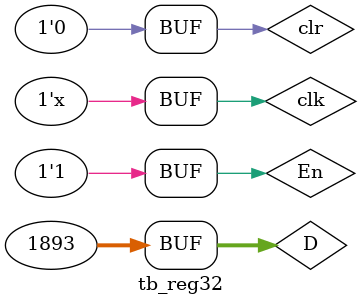
<source format=v>
module tb_reg32();
	
	reg [31:0] D;
	reg clr;
	reg clk;
	reg En;
	
	wire [31:0] DOUT;

	reg32 reg_32( 
		.clr(clr),
		.clk(clk), 
		.En(En),
		.DOUT(DOUT), 
		.D(D)); 
		
	initial
	begin
			clr <= 1;
			clk <= 0;
			# 5 
			clr <= 0;
			En <= 0; 
			
			# 8
			D <= 32'h123;
			# 14
			D <= 32'h765;
			# 8
			D <= 32'h123;
			# 14
			D <= 32'h765;
			# 8
			D <= 32'h123;
			En <= 1;
			# 14
			D <= 32'h765;
			# 8
			D <= 32'h123;
			# 14
			D <= 32'h765;
			# 8
			D <= 32'h123;
			# 14
			D <= 32'h765;
			
	end
	
	always begin
		# 10 clk <= ~clk;
	end
		
endmodule

</source>
